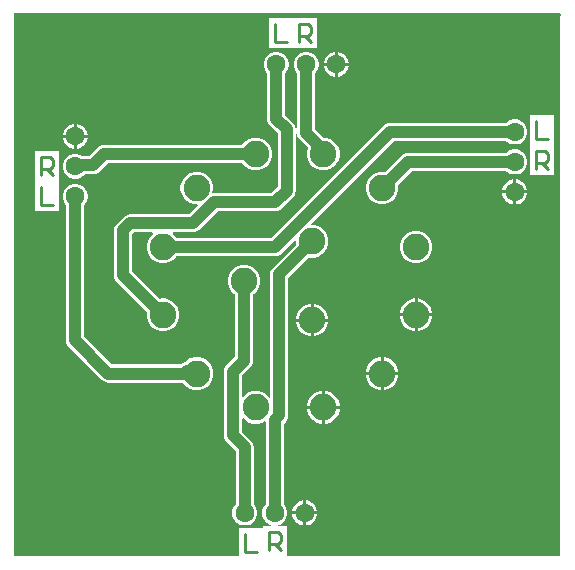
<source format=gbr>
%TF.GenerationSoftware,Altium Limited,Altium Designer,24.3.1 (35)*%
G04 Layer_Physical_Order=2*
G04 Layer_Color=16711680*
%FSLAX45Y45*%
%MOMM*%
%TF.SameCoordinates,7C6FA559-6846-49D2-A138-5929247D84D2*%
%TF.FilePolarity,Positive*%
%TF.FileFunction,Copper,L2,Bot,Signal*%
%TF.Part,Single*%
G01*
G75*
%TA.AperFunction,ComponentPad*%
%ADD10C,2.25000*%
%ADD11C,1.60000*%
%TA.AperFunction,Conductor*%
%ADD12C,1.01600*%
%TA.AperFunction,NonConductor*%
%ADD13C,0.25400*%
G36*
X7200900Y7162800D02*
X7188200Y7150100D01*
Y2578100D01*
X4876767D01*
Y2832051D01*
X4804746D01*
X4803074Y2844751D01*
X4815883Y2848183D01*
X4839917Y2862059D01*
X4859541Y2881683D01*
X4873417Y2905717D01*
X4880600Y2932524D01*
Y2960276D01*
X4873417Y2987083D01*
X4859541Y3011117D01*
X4852058Y3018601D01*
Y3703102D01*
X4867647Y3718691D01*
X4879861Y3734609D01*
X4887539Y3753145D01*
X4890158Y3773038D01*
Y4933864D01*
X5065829Y5109536D01*
X5074545Y5107200D01*
X5110855D01*
X5145927Y5116598D01*
X5177373Y5134752D01*
X5203048Y5160427D01*
X5221202Y5191873D01*
X5230600Y5226945D01*
Y5263255D01*
X5221202Y5298327D01*
X5203048Y5329773D01*
X5177373Y5355448D01*
X5145927Y5373602D01*
X5110855Y5383000D01*
X5090391D01*
X5085131Y5395700D01*
X5784773Y6095342D01*
X6734999D01*
X6742483Y6087859D01*
X6766517Y6073983D01*
X6793324Y6066800D01*
X6821076D01*
X6847883Y6073983D01*
X6871917Y6087859D01*
X6891541Y6107483D01*
X6905417Y6131517D01*
X6912600Y6158324D01*
Y6186076D01*
X6905417Y6212883D01*
X6891541Y6236917D01*
X6871917Y6256541D01*
X6847883Y6270417D01*
X6821076Y6277600D01*
X6793324D01*
X6766517Y6270417D01*
X6742483Y6256541D01*
X6734999Y6249058D01*
X5752940D01*
X5752938Y6249058D01*
X5733045Y6246439D01*
X5714509Y6238761D01*
X5698591Y6226547D01*
X5698590Y6226546D01*
X4747902Y5275858D01*
X3942860D01*
X3938348Y5283673D01*
X3914078Y5307942D01*
X3916065Y5320642D01*
X4083062D01*
X4102955Y5323261D01*
X4121491Y5330939D01*
X4137409Y5343153D01*
X4292698Y5498443D01*
X4778901D01*
X4798793Y5501061D01*
X4817329Y5508740D01*
X4833247Y5520954D01*
X4931147Y5618853D01*
X4943361Y5634771D01*
X4951039Y5653307D01*
X4953658Y5673200D01*
X4953658Y5673202D01*
Y6152069D01*
X4966358Y6152901D01*
X4967661Y6143000D01*
X4975339Y6124463D01*
X4987553Y6108545D01*
X5058992Y6037107D01*
X5049600Y6002055D01*
Y5965745D01*
X5058998Y5930672D01*
X5077153Y5899227D01*
X5102827Y5873552D01*
X5134273Y5855397D01*
X5169345Y5846000D01*
X5205655D01*
X5240728Y5855397D01*
X5272173Y5873552D01*
X5297848Y5899227D01*
X5316003Y5930672D01*
X5325400Y5965745D01*
Y6002055D01*
X5316003Y6037127D01*
X5297848Y6068573D01*
X5272173Y6094247D01*
X5240728Y6112402D01*
X5205655Y6121800D01*
X5191685D01*
X5118758Y6194728D01*
Y6671499D01*
X5126241Y6678983D01*
X5140117Y6703017D01*
X5147300Y6729824D01*
Y6757576D01*
X5140117Y6784383D01*
X5126241Y6808417D01*
X5106617Y6828041D01*
X5082583Y6841917D01*
X5055776Y6849100D01*
X5028024D01*
X5001217Y6841917D01*
X4977183Y6828041D01*
X4957559Y6808417D01*
X4943683Y6784383D01*
X4936500Y6757576D01*
Y6729824D01*
X4943683Y6703017D01*
X4957559Y6678983D01*
X4965042Y6671499D01*
Y6206872D01*
X4952342Y6206040D01*
X4951039Y6215941D01*
X4943361Y6234477D01*
X4931147Y6250395D01*
X4864758Y6316784D01*
Y6671499D01*
X4872241Y6678983D01*
X4886117Y6703017D01*
X4893300Y6729824D01*
Y6757576D01*
X4886117Y6784383D01*
X4872241Y6808417D01*
X4852617Y6828041D01*
X4828583Y6841917D01*
X4801776Y6849100D01*
X4774024D01*
X4747217Y6841917D01*
X4723183Y6828041D01*
X4703559Y6808417D01*
X4689683Y6784383D01*
X4682500Y6757576D01*
Y6729824D01*
X4689683Y6703017D01*
X4703559Y6678983D01*
X4711042Y6671499D01*
Y6284948D01*
X4713661Y6265056D01*
X4721339Y6246519D01*
X4733553Y6230602D01*
X4799942Y6164213D01*
Y5705035D01*
X4747065Y5652158D01*
X4260863D01*
X4256951Y5651643D01*
X4248577Y5661191D01*
X4253200Y5678445D01*
Y5714755D01*
X4243803Y5749827D01*
X4225648Y5781273D01*
X4199973Y5806947D01*
X4168528Y5825102D01*
X4133455Y5834500D01*
X4097145D01*
X4062073Y5825102D01*
X4030627Y5806947D01*
X4004953Y5781273D01*
X3986798Y5749827D01*
X3977400Y5714755D01*
Y5678445D01*
X3986798Y5643373D01*
X4004953Y5611927D01*
X4030627Y5586252D01*
X4062073Y5568098D01*
X4097145Y5558700D01*
X4117609D01*
X4122869Y5546000D01*
X4051227Y5474358D01*
X3552016D01*
X3532124Y5471739D01*
X3513587Y5464061D01*
X3497669Y5451847D01*
X3497669Y5451846D01*
X3438153Y5392331D01*
X3425939Y5376413D01*
X3418261Y5357876D01*
X3415642Y5337984D01*
Y4959900D01*
X3418261Y4940008D01*
X3425939Y4921471D01*
X3438153Y4905554D01*
X3692436Y4651271D01*
X3690100Y4642555D01*
Y4606245D01*
X3699498Y4571172D01*
X3717653Y4539727D01*
X3743328Y4514052D01*
X3774773Y4495898D01*
X3809845Y4486500D01*
X3846155D01*
X3881228Y4495898D01*
X3912673Y4514052D01*
X3938348Y4539727D01*
X3956503Y4571172D01*
X3965900Y4606245D01*
Y4642555D01*
X3956503Y4677627D01*
X3938348Y4709073D01*
X3912673Y4734747D01*
X3881228Y4752902D01*
X3846155Y4762300D01*
X3809845D01*
X3801129Y4759964D01*
X3569358Y4991736D01*
Y5306148D01*
X3583851Y5320642D01*
X3739935D01*
X3741922Y5307942D01*
X3717653Y5283673D01*
X3699498Y5252227D01*
X3690100Y5217155D01*
Y5180845D01*
X3699498Y5145773D01*
X3717653Y5114327D01*
X3743328Y5088653D01*
X3774773Y5070498D01*
X3809845Y5061100D01*
X3846155D01*
X3881228Y5070498D01*
X3912673Y5088653D01*
X3938348Y5114327D01*
X3942860Y5122142D01*
X4779738D01*
X4799630Y5124761D01*
X4818167Y5132439D01*
X4834084Y5144653D01*
X4942100Y5252669D01*
X4954800Y5247409D01*
Y5226945D01*
X4957136Y5218229D01*
X4758953Y5020047D01*
X4746739Y5004129D01*
X4739061Y4985592D01*
X4736442Y4965700D01*
Y3925853D01*
X4724175Y3922566D01*
X4723248Y3924173D01*
X4697573Y3949848D01*
X4666128Y3968002D01*
X4631055Y3977400D01*
X4594745D01*
X4559673Y3968002D01*
X4528227Y3949848D01*
X4509158Y3930778D01*
X4496458Y3936038D01*
Y4108364D01*
X4569547Y4181453D01*
X4581761Y4197371D01*
X4589439Y4215908D01*
X4592058Y4235800D01*
Y4796840D01*
X4599873Y4801352D01*
X4625548Y4827027D01*
X4643702Y4858472D01*
X4653100Y4893545D01*
Y4929855D01*
X4643702Y4964927D01*
X4625548Y4996373D01*
X4599873Y5022047D01*
X4568427Y5040202D01*
X4533355Y5049600D01*
X4497045D01*
X4461973Y5040202D01*
X4430527Y5022047D01*
X4404853Y4996373D01*
X4386698Y4964927D01*
X4377300Y4929855D01*
Y4893545D01*
X4386698Y4858472D01*
X4404853Y4827027D01*
X4430527Y4801352D01*
X4438342Y4796840D01*
Y4267636D01*
X4365253Y4194547D01*
X4353039Y4178629D01*
X4345361Y4160092D01*
X4342742Y4140200D01*
Y3602002D01*
X4345361Y3582109D01*
X4353039Y3563573D01*
X4365253Y3547655D01*
X4444342Y3468566D01*
Y3018601D01*
X4436859Y3011117D01*
X4422983Y2987083D01*
X4415800Y2960276D01*
Y2932524D01*
X4422983Y2905717D01*
X4436859Y2881683D01*
X4456483Y2862059D01*
X4480517Y2848183D01*
X4507324Y2841000D01*
X4535076D01*
X4561883Y2848183D01*
X4585917Y2862059D01*
X4605541Y2881683D01*
X4619417Y2905717D01*
X4626600Y2932524D01*
Y2960276D01*
X4619417Y2987083D01*
X4605541Y3011117D01*
X4598058Y3018601D01*
Y3500402D01*
X4595439Y3520294D01*
X4587761Y3538831D01*
X4575547Y3554748D01*
X4575546Y3554749D01*
X4496458Y3633837D01*
Y3742962D01*
X4509158Y3748222D01*
X4528227Y3729153D01*
X4559673Y3710998D01*
X4594745Y3701600D01*
X4631055D01*
X4666128Y3710998D01*
X4685642Y3722265D01*
X4698342Y3714932D01*
Y3018601D01*
X4690859Y3011117D01*
X4676983Y2987083D01*
X4669800Y2960276D01*
Y2932524D01*
X4676983Y2905717D01*
X4690859Y2881683D01*
X4710483Y2862059D01*
X4734517Y2848183D01*
X4747326Y2844751D01*
X4745654Y2832051D01*
X4673600D01*
X4673567Y2819351D01*
X4470400D01*
Y2578100D01*
X2578100D01*
X2565400Y2590800D01*
Y7175500D01*
X7188200D01*
X7200900Y7162800D01*
D02*
G37*
%LPC*%
G36*
X4927600Y7137351D02*
X4914900Y7137351D01*
X4724400D01*
Y6883400D01*
X4914900D01*
X4927567Y6883400D01*
X4940267Y6883400D01*
X5130767D01*
Y7137351D01*
X4940267D01*
X4927600Y7137351D01*
D02*
G37*
G36*
X5309776Y6849100D02*
X5308600D01*
Y6756400D01*
X5401300D01*
Y6757576D01*
X5394117Y6784383D01*
X5380241Y6808417D01*
X5360617Y6828041D01*
X5336583Y6841917D01*
X5309776Y6849100D01*
D02*
G37*
G36*
X5283200D02*
X5282024D01*
X5255217Y6841917D01*
X5231183Y6828041D01*
X5211559Y6808417D01*
X5197683Y6784383D01*
X5190500Y6757576D01*
Y6756400D01*
X5283200D01*
Y6849100D01*
D02*
G37*
G36*
X5401300Y6731000D02*
X5308600D01*
Y6638300D01*
X5309776D01*
X5336583Y6645483D01*
X5360617Y6659359D01*
X5380241Y6678983D01*
X5394117Y6703017D01*
X5401300Y6729824D01*
Y6731000D01*
D02*
G37*
G36*
X5283200D02*
X5190500D01*
Y6729824D01*
X5197683Y6703017D01*
X5211559Y6678983D01*
X5231183Y6659359D01*
X5255217Y6645483D01*
X5282024Y6638300D01*
X5283200D01*
Y6731000D01*
D02*
G37*
G36*
X3099976Y6239500D02*
X3098800D01*
Y6146800D01*
X3191500D01*
Y6147976D01*
X3184317Y6174783D01*
X3170441Y6198817D01*
X3150817Y6218441D01*
X3126783Y6232317D01*
X3099976Y6239500D01*
D02*
G37*
G36*
X3073400D02*
X3072224D01*
X3045417Y6232317D01*
X3021383Y6218441D01*
X3001759Y6198817D01*
X2987883Y6174783D01*
X2980700Y6147976D01*
Y6146800D01*
X3073400D01*
Y6239500D01*
D02*
G37*
G36*
X3191500Y6121400D02*
X3098800D01*
Y6028700D01*
X3099976D01*
X3126783Y6035883D01*
X3150817Y6049759D01*
X3170441Y6069383D01*
X3184317Y6093417D01*
X3191500Y6120224D01*
Y6121400D01*
D02*
G37*
G36*
X3073400D02*
X2980700D01*
Y6120224D01*
X2987883Y6093417D01*
X3001759Y6069383D01*
X3021383Y6049759D01*
X3045417Y6035883D01*
X3072224Y6028700D01*
X3073400D01*
Y6121400D01*
D02*
G37*
G36*
X4631055Y6121800D02*
X4594745D01*
X4559673Y6112402D01*
X4528227Y6094247D01*
X4502553Y6068573D01*
X4498041Y6060757D01*
X3329600D01*
X3309708Y6058139D01*
X3291171Y6050461D01*
X3275253Y6038246D01*
X3275253Y6038245D01*
X3205139Y5968132D01*
X3144424D01*
X3126783Y5978317D01*
X3099976Y5985500D01*
X3072224D01*
X3045417Y5978317D01*
X3021383Y5964441D01*
X3001759Y5944817D01*
X2987883Y5920783D01*
X2980700Y5893976D01*
Y5866224D01*
X2987883Y5839417D01*
X3001759Y5815383D01*
X3021383Y5795759D01*
X3045417Y5781883D01*
X3072224Y5774700D01*
X3099976D01*
X3126783Y5781883D01*
X3150817Y5795759D01*
X3169475Y5814417D01*
X3236974D01*
X3256866Y5817035D01*
X3275403Y5824714D01*
X3291321Y5836928D01*
X3361435Y5907042D01*
X4498041D01*
X4502553Y5899227D01*
X4528227Y5873552D01*
X4559673Y5855397D01*
X4594745Y5846000D01*
X4631055D01*
X4666128Y5855397D01*
X4697573Y5873552D01*
X4723248Y5899227D01*
X4741403Y5930672D01*
X4750800Y5965745D01*
Y6002055D01*
X4741403Y6037127D01*
X4723248Y6068573D01*
X4697573Y6094247D01*
X4666128Y6112402D01*
X4631055Y6121800D01*
D02*
G37*
G36*
X6821076Y6023600D02*
X6793324D01*
X6766517Y6016417D01*
X6742483Y6002541D01*
X6734999Y5995058D01*
X5906700D01*
X5886808Y5992439D01*
X5868271Y5984761D01*
X5852354Y5972547D01*
X5711971Y5832164D01*
X5703255Y5834500D01*
X5666945D01*
X5631873Y5825102D01*
X5600427Y5806947D01*
X5574753Y5781273D01*
X5556598Y5749827D01*
X5547200Y5714755D01*
Y5678445D01*
X5556598Y5643373D01*
X5574753Y5611927D01*
X5600427Y5586252D01*
X5631873Y5568098D01*
X5666945Y5558700D01*
X5703255D01*
X5738328Y5568098D01*
X5769773Y5586252D01*
X5795448Y5611927D01*
X5813603Y5643373D01*
X5823000Y5678445D01*
Y5714755D01*
X5820665Y5723471D01*
X5938536Y5841342D01*
X6734999D01*
X6742483Y5833859D01*
X6766517Y5819983D01*
X6793324Y5812800D01*
X6821076D01*
X6847883Y5819983D01*
X6871917Y5833859D01*
X6891541Y5853483D01*
X6905417Y5877517D01*
X6912600Y5904324D01*
Y5932076D01*
X6905417Y5958883D01*
X6891541Y5982917D01*
X6871917Y6002541D01*
X6847883Y6016417D01*
X6821076Y6023600D01*
D02*
G37*
G36*
X7137367Y6311851D02*
X6934200D01*
Y6070551D01*
X6934200Y6057900D01*
X6934200Y6045200D01*
Y5803900D01*
X7137367D01*
Y6045200D01*
X7137367Y6057851D01*
X7137367Y6070551D01*
Y6311851D01*
D02*
G37*
G36*
X6821076Y5769600D02*
X6819900D01*
Y5676900D01*
X6912600D01*
Y5678076D01*
X6905417Y5704883D01*
X6891541Y5728917D01*
X6871917Y5748541D01*
X6847883Y5762417D01*
X6821076Y5769600D01*
D02*
G37*
G36*
X6794500D02*
X6793324D01*
X6766517Y5762417D01*
X6742483Y5748541D01*
X6722859Y5728917D01*
X6708983Y5704883D01*
X6701800Y5678076D01*
Y5676900D01*
X6794500D01*
Y5769600D01*
D02*
G37*
G36*
X6912600Y5651500D02*
X6819900D01*
Y5558800D01*
X6821076D01*
X6847883Y5565983D01*
X6871917Y5579859D01*
X6891541Y5599483D01*
X6905417Y5623517D01*
X6912600Y5650324D01*
Y5651500D01*
D02*
G37*
G36*
X6794500D02*
X6701800D01*
Y5650324D01*
X6708983Y5623517D01*
X6722859Y5599483D01*
X6742483Y5579859D01*
X6766517Y5565983D01*
X6793324Y5558800D01*
X6794500D01*
Y5651500D01*
D02*
G37*
G36*
X2946367Y6007051D02*
X2743200D01*
Y5765751D01*
X2743200Y5753100D01*
X2743200Y5740400D01*
Y5499100D01*
X2946367D01*
Y5740400D01*
X2946367Y5753051D01*
X2946367Y5765751D01*
Y6007051D01*
D02*
G37*
G36*
X5990555Y5336900D02*
X5954245D01*
X5919173Y5327502D01*
X5887727Y5309348D01*
X5862053Y5283673D01*
X5843898Y5252227D01*
X5834500Y5217155D01*
Y5180845D01*
X5843898Y5145773D01*
X5862053Y5114327D01*
X5887727Y5088653D01*
X5919173Y5070498D01*
X5954245Y5061100D01*
X5990555D01*
X6025628Y5070498D01*
X6057073Y5088653D01*
X6082748Y5114327D01*
X6100902Y5145773D01*
X6110300Y5180845D01*
Y5217155D01*
X6100902Y5252227D01*
X6082748Y5283673D01*
X6057073Y5309348D01*
X6025628Y5327502D01*
X5990555Y5336900D01*
D02*
G37*
G36*
Y4762300D02*
X5985100D01*
Y4637100D01*
X6110300D01*
Y4642555D01*
X6100902Y4677627D01*
X6082748Y4709073D01*
X6057073Y4734747D01*
X6025628Y4752902D01*
X5990555Y4762300D01*
D02*
G37*
G36*
X5959700D02*
X5954245D01*
X5919173Y4752902D01*
X5887727Y4734747D01*
X5862053Y4709073D01*
X5843898Y4677627D01*
X5834500Y4642555D01*
Y4637100D01*
X5959700D01*
Y4762300D01*
D02*
G37*
G36*
X5110855Y4716200D02*
X5105400D01*
Y4591000D01*
X5230600D01*
Y4596455D01*
X5221202Y4631527D01*
X5203048Y4662973D01*
X5177373Y4688647D01*
X5145927Y4706802D01*
X5110855Y4716200D01*
D02*
G37*
G36*
X5080000D02*
X5074545D01*
X5039473Y4706802D01*
X5008027Y4688647D01*
X4982352Y4662973D01*
X4964198Y4631527D01*
X4954800Y4596455D01*
Y4591000D01*
X5080000D01*
Y4716200D01*
D02*
G37*
G36*
X6110300Y4611700D02*
X5985100D01*
Y4486500D01*
X5990555D01*
X6025628Y4495898D01*
X6057073Y4514052D01*
X6082748Y4539727D01*
X6100902Y4571172D01*
X6110300Y4606245D01*
Y4611700D01*
D02*
G37*
G36*
X5959700D02*
X5834500D01*
Y4606245D01*
X5843898Y4571172D01*
X5862053Y4539727D01*
X5887727Y4514052D01*
X5919173Y4495898D01*
X5954245Y4486500D01*
X5959700D01*
Y4611700D01*
D02*
G37*
G36*
X5230600Y4565600D02*
X5105400D01*
Y4440400D01*
X5110855D01*
X5145927Y4449798D01*
X5177373Y4467952D01*
X5203048Y4493627D01*
X5221202Y4525072D01*
X5230600Y4560145D01*
Y4565600D01*
D02*
G37*
G36*
X5080000D02*
X4954800D01*
Y4560145D01*
X4964198Y4525072D01*
X4982352Y4493627D01*
X5008027Y4467952D01*
X5039473Y4449798D01*
X5074545Y4440400D01*
X5080000D01*
Y4565600D01*
D02*
G37*
G36*
X5703255Y4264700D02*
X5697800D01*
Y4139500D01*
X5823000D01*
Y4144955D01*
X5813603Y4180027D01*
X5795448Y4211473D01*
X5769773Y4237147D01*
X5738328Y4255302D01*
X5703255Y4264700D01*
D02*
G37*
G36*
X5672400D02*
X5666945D01*
X5631873Y4255302D01*
X5600427Y4237147D01*
X5574753Y4211473D01*
X5556598Y4180027D01*
X5547200Y4144955D01*
Y4139500D01*
X5672400D01*
Y4264700D01*
D02*
G37*
G36*
X5823000Y4114100D02*
X5697800D01*
Y3988900D01*
X5703255D01*
X5738328Y3998298D01*
X5769773Y4016452D01*
X5795448Y4042127D01*
X5813603Y4073572D01*
X5823000Y4108645D01*
Y4114100D01*
D02*
G37*
G36*
X5672400D02*
X5547200D01*
Y4108645D01*
X5556598Y4073572D01*
X5574753Y4042127D01*
X5600427Y4016452D01*
X5631873Y3998298D01*
X5666945Y3988900D01*
X5672400D01*
Y4114100D01*
D02*
G37*
G36*
X3099976Y5731500D02*
X3072224D01*
X3045417Y5724317D01*
X3021383Y5710441D01*
X3001759Y5690817D01*
X2987883Y5666783D01*
X2980700Y5639976D01*
Y5612224D01*
X2987883Y5585417D01*
X3001759Y5561383D01*
X3009242Y5553899D01*
Y4406900D01*
X3011861Y4387008D01*
X3019539Y4368471D01*
X3031753Y4352553D01*
X3311853Y4072454D01*
X3311853Y4072453D01*
X3327771Y4060239D01*
X3346308Y4052561D01*
X3366200Y4049942D01*
X4000441D01*
X4004953Y4042127D01*
X4030627Y4016452D01*
X4062073Y3998298D01*
X4097145Y3988900D01*
X4133455D01*
X4168528Y3998298D01*
X4199973Y4016452D01*
X4225648Y4042127D01*
X4243803Y4073572D01*
X4253200Y4108645D01*
Y4144955D01*
X4243803Y4180027D01*
X4225648Y4211473D01*
X4199973Y4237147D01*
X4168528Y4255302D01*
X4133455Y4264700D01*
X4097145D01*
X4062073Y4255302D01*
X4030627Y4237147D01*
X4018570Y4225090D01*
X4015234Y4224650D01*
X3996698Y4216972D01*
X3980780Y4204758D01*
X3979935Y4203658D01*
X3398035D01*
X3162958Y4438736D01*
Y5553899D01*
X3170441Y5561383D01*
X3184317Y5585417D01*
X3191500Y5612224D01*
Y5639976D01*
X3184317Y5666783D01*
X3170441Y5690817D01*
X3150817Y5710441D01*
X3126783Y5724317D01*
X3099976Y5731500D01*
D02*
G37*
G36*
X5205655Y3977400D02*
X5200200D01*
Y3852200D01*
X5325400D01*
Y3857655D01*
X5316003Y3892728D01*
X5297848Y3924173D01*
X5272173Y3949848D01*
X5240728Y3968002D01*
X5205655Y3977400D01*
D02*
G37*
G36*
X5174800D02*
X5169345D01*
X5134273Y3968002D01*
X5102827Y3949848D01*
X5077153Y3924173D01*
X5058998Y3892728D01*
X5049600Y3857655D01*
Y3852200D01*
X5174800D01*
Y3977400D01*
D02*
G37*
G36*
X5325400Y3826800D02*
X5200200D01*
Y3701600D01*
X5205655D01*
X5240728Y3710998D01*
X5272173Y3729153D01*
X5297848Y3754827D01*
X5316003Y3786273D01*
X5325400Y3821345D01*
Y3826800D01*
D02*
G37*
G36*
X5174800D02*
X5049600D01*
Y3821345D01*
X5058998Y3786273D01*
X5077153Y3754827D01*
X5102827Y3729153D01*
X5134273Y3710998D01*
X5169345Y3701600D01*
X5174800D01*
Y3826800D01*
D02*
G37*
G36*
X5043076Y3051800D02*
X5041900D01*
Y2959100D01*
X5134600D01*
Y2960276D01*
X5127417Y2987083D01*
X5113541Y3011117D01*
X5093917Y3030741D01*
X5069883Y3044617D01*
X5043076Y3051800D01*
D02*
G37*
G36*
X5016500D02*
X5015324D01*
X4988517Y3044617D01*
X4964483Y3030741D01*
X4944859Y3011117D01*
X4930983Y2987083D01*
X4923800Y2960276D01*
Y2959100D01*
X5016500D01*
Y3051800D01*
D02*
G37*
G36*
X5134600Y2933700D02*
X5041900D01*
Y2841000D01*
X5043076D01*
X5069883Y2848183D01*
X5093917Y2862059D01*
X5113541Y2881683D01*
X5127417Y2905717D01*
X5134600Y2932524D01*
Y2933700D01*
D02*
G37*
G36*
X5016500D02*
X4923800D01*
Y2932524D01*
X4930983Y2905717D01*
X4944859Y2881683D01*
X4964483Y2862059D01*
X4988517Y2848183D01*
X5015324Y2841000D01*
X5016500D01*
Y2933700D01*
D02*
G37*
%LPD*%
D10*
X4115300Y4126800D02*
D03*
X3828000Y4624400D02*
D03*
Y5199000D02*
D03*
X4115300Y5696600D02*
D03*
X4612900Y5983900D02*
D03*
X5187500D02*
D03*
X5685100Y5696600D02*
D03*
X5972400Y5199000D02*
D03*
Y4624400D02*
D03*
X5685100Y4126800D02*
D03*
X5187500Y3839500D02*
D03*
X4612900D02*
D03*
X4515200Y4911700D02*
D03*
X5092700Y5245100D02*
D03*
Y4578300D02*
D03*
D11*
X4521200Y2946400D02*
D03*
X4775200D02*
D03*
X5029200D02*
D03*
X6807200Y5664200D02*
D03*
Y5918200D02*
D03*
Y6172200D02*
D03*
X5295900Y6743700D02*
D03*
X5041900D02*
D03*
X4787900D02*
D03*
X3086100Y6134100D02*
D03*
Y5880100D02*
D03*
Y5626100D02*
D03*
D12*
X3552016Y5397500D02*
X4083062D01*
X4260863Y5575300D01*
X3492500Y4959900D02*
Y5337984D01*
X3552016Y5397500D01*
X3492500Y4959900D02*
X3828000Y4624400D01*
X4778901Y5575300D02*
X4876800Y5673200D01*
X4260863Y5575300D02*
X4778901D01*
X3828000Y5199000D02*
X4779738D01*
X5752938Y6172200D02*
X6807200D01*
X4779738Y5199000D02*
X5752938Y6172200D01*
X5187500Y5983900D02*
Y6017292D01*
X5041900Y6162892D02*
Y6743700D01*
Y6162892D02*
X5187500Y6017292D01*
X5906700Y5918200D02*
X6807200D01*
X5685100Y5696600D02*
X5906700Y5918200D01*
X4876800Y5673200D02*
Y6196048D01*
X4787900Y6284948D02*
Y6743700D01*
Y6284948D02*
X4876800Y6196048D01*
X4775200Y3734938D02*
X4813300Y3773038D01*
X4775200Y2946400D02*
Y3734938D01*
X4813300Y3773038D02*
Y4965700D01*
X5092700Y5245100D01*
X4521200Y2946400D02*
Y3500402D01*
X4419600Y3602002D02*
X4521200Y3500402D01*
X4419600Y3602002D02*
Y4140200D01*
X4515200Y4235800D01*
Y4911700D01*
X3236974Y5891274D02*
X3329600Y5983900D01*
X4612900D01*
X3097274Y5891274D02*
X3236974D01*
X3086100Y5880100D02*
X3097274Y5891274D01*
X3086100Y4406900D02*
X3366200Y4126800D01*
X4115300D01*
X4035126Y4150412D02*
X4091689D01*
X3086100Y4406900D02*
Y5626100D01*
X4091689Y4150412D02*
X4115300Y4126800D01*
D13*
X6985000Y5854700D02*
Y6007051D01*
X7061175D01*
X7086567Y5981659D01*
Y5930875D01*
X7061175Y5905483D01*
X6985000D01*
X7035783D02*
X7086567Y5854700D01*
X6985000Y6261051D02*
Y6108700D01*
X7086567D01*
X4521200Y2768551D02*
Y2616200D01*
X4622767D01*
X4724400Y2628900D02*
Y2781251D01*
X4800575D01*
X4825967Y2755859D01*
Y2705075D01*
X4800575Y2679683D01*
X4724400D01*
X4775183D02*
X4825967Y2628900D01*
X4775200Y7086551D02*
Y6934200D01*
X4876767D01*
X4978400D02*
Y7086551D01*
X5054575D01*
X5079967Y7061159D01*
Y7010375D01*
X5054575Y6984983D01*
X4978400D01*
X5029183D02*
X5079967Y6934200D01*
X2794000Y5803900D02*
Y5956251D01*
X2870175D01*
X2895567Y5930859D01*
Y5880075D01*
X2870175Y5854683D01*
X2794000D01*
X2844783D02*
X2895567Y5803900D01*
X2794000Y5702251D02*
Y5549900D01*
X2895567D01*
%TF.MD5,45e8d8cbbfa926e6f10b667ff20a753c*%
M02*

</source>
